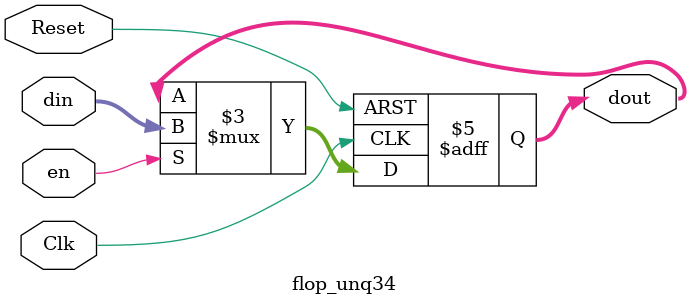
<source format=sv>

/* *****************************************************************************
 * File: flop.vp
 * 
 * Description:
 * Genesis2 flip-flop generator.
 * 
 * Required Genesis2 Controlable Parameters:
 * * Type		- Constant, Flop, RFlop, EFlop, or REFlop
 * * Width		- integer value specifying register width
 * * Default		- default value for the flop 
 *			 (only applies when flop_type=constant|rflop|reflop)
 * * SyncMode		- Sync or ASync flop * Change bar:
 * 
 * 
 * -----------
 * Date          Author   Description
 * Mar 30, 2010  shacham  init version  --  
 * May 20, 2014  jingpu   Add Async mode, change to active low reset
 * 
 * ****************************************************************************/


/*******************************************************************************
 * REQUIRED PARAMETERIZATION
 ******************************************************************************/
// Type (_GENESIS2_INHERITANCE_PRIORITY_) = REFlop
//
// Default (_GENESIS2_INHERITANCE_PRIORITY_) = 47
//
// Width (_GENESIS2_INHERITANCE_PRIORITY_) = 8
//
// SyncMode (_GENESIS2_DECLARATION_PRIORITY_) = ASync
//

module flop_unq34(
	       //inputs
	       input wire logic 		   Clk,
	       input wire logic [7:0]  din,
	       input wire logic 		   Reset,
	       input wire logic 		   en,

	       //outputs
	       output logic [7:0] dout
	       );


   /* synopsys dc_tcl_script_begin
    set_dont_retime [current_design] true
    set_optimize_registers false -design [current_design]
    */
   


   
   always_ff @(posedge Clk or negedge Reset) begin
      if (!Reset) 
	dout <= 8'h2f;
      else if (en)
	dout <= din;
   end

endmodule : flop_unq34

</source>
